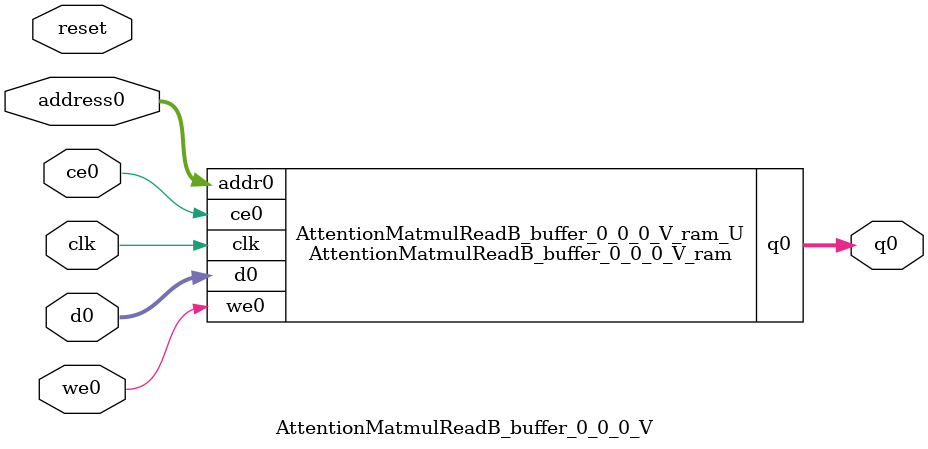
<source format=v>
`timescale 1 ns / 1 ps
module AttentionMatmulReadB_buffer_0_0_0_V_ram (addr0, ce0, d0, we0, q0,  clk);

parameter DWIDTH = 8;
parameter AWIDTH = 6;
parameter MEM_SIZE = 64;

input[AWIDTH-1:0] addr0;
input ce0;
input[DWIDTH-1:0] d0;
input we0;
output reg[DWIDTH-1:0] q0;
input clk;

(* ram_style = "distributed" *)reg [DWIDTH-1:0] ram[0:MEM_SIZE-1];




always @(posedge clk)  
begin 
    if (ce0) 
    begin
        if (we0) 
        begin 
            ram[addr0] <= d0; 
        end 
        q0 <= ram[addr0];
    end
end


endmodule

`timescale 1 ns / 1 ps
module AttentionMatmulReadB_buffer_0_0_0_V(
    reset,
    clk,
    address0,
    ce0,
    we0,
    d0,
    q0);

parameter DataWidth = 32'd8;
parameter AddressRange = 32'd64;
parameter AddressWidth = 32'd6;
input reset;
input clk;
input[AddressWidth - 1:0] address0;
input ce0;
input we0;
input[DataWidth - 1:0] d0;
output[DataWidth - 1:0] q0;



AttentionMatmulReadB_buffer_0_0_0_V_ram AttentionMatmulReadB_buffer_0_0_0_V_ram_U(
    .clk( clk ),
    .addr0( address0 ),
    .ce0( ce0 ),
    .we0( we0 ),
    .d0( d0 ),
    .q0( q0 ));

endmodule


</source>
